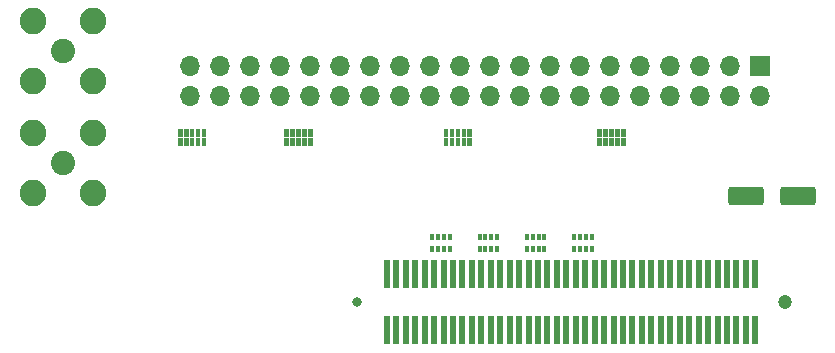
<source format=gbr>
G04 #@! TF.GenerationSoftware,KiCad,Pcbnew,6.0.7-1.fc35*
G04 #@! TF.CreationDate,2022-09-05T19:08:22-05:00*
G04 #@! TF.ProjectId,rpi-adapter,7270692d-6164-4617-9074-65722e6b6963,rev?*
G04 #@! TF.SameCoordinates,Original*
G04 #@! TF.FileFunction,Soldermask,Bot*
G04 #@! TF.FilePolarity,Negative*
%FSLAX46Y46*%
G04 Gerber Fmt 4.6, Leading zero omitted, Abs format (unit mm)*
G04 Created by KiCad (PCBNEW 6.0.7-1.fc35) date 2022-09-05 19:08:22*
%MOMM*%
%LPD*%
G01*
G04 APERTURE LIST*
G04 Aperture macros list*
%AMRoundRect*
0 Rectangle with rounded corners*
0 $1 Rounding radius*
0 $2 $3 $4 $5 $6 $7 $8 $9 X,Y pos of 4 corners*
0 Add a 4 corners polygon primitive as box body*
4,1,4,$2,$3,$4,$5,$6,$7,$8,$9,$2,$3,0*
0 Add four circle primitives for the rounded corners*
1,1,$1+$1,$2,$3*
1,1,$1+$1,$4,$5*
1,1,$1+$1,$6,$7*
1,1,$1+$1,$8,$9*
0 Add four rect primitives between the rounded corners*
20,1,$1+$1,$2,$3,$4,$5,0*
20,1,$1+$1,$4,$5,$6,$7,0*
20,1,$1+$1,$6,$7,$8,$9,0*
20,1,$1+$1,$8,$9,$2,$3,0*%
G04 Aperture macros list end*
%ADD10C,0.010000*%
%ADD11C,2.050000*%
%ADD12C,2.250000*%
%ADD13R,1.700000X1.700000*%
%ADD14O,1.700000X1.700000*%
%ADD15R,0.400000X0.500000*%
%ADD16R,0.300000X0.500000*%
%ADD17C,1.200000*%
%ADD18C,0.800000*%
%ADD19R,0.500000X2.400000*%
%ADD20RoundRect,0.250000X1.250000X0.550000X-1.250000X0.550000X-1.250000X-0.550000X1.250000X-0.550000X0*%
G04 APERTURE END LIST*
G04 #@! TO.C,D3*
G36*
X99530000Y-79440000D02*
G01*
X99230000Y-79440000D01*
X99230000Y-78865000D01*
X99530000Y-78865000D01*
X99530000Y-79440000D01*
G37*
D10*
X99530000Y-79440000D02*
X99230000Y-79440000D01*
X99230000Y-78865000D01*
X99530000Y-78865000D01*
X99530000Y-79440000D01*
G36*
X98530000Y-80215000D02*
G01*
X98230000Y-80215000D01*
X98230000Y-79640000D01*
X98530000Y-79640000D01*
X98530000Y-80215000D01*
G37*
X98530000Y-80215000D02*
X98230000Y-80215000D01*
X98230000Y-79640000D01*
X98530000Y-79640000D01*
X98530000Y-80215000D01*
G36*
X99030000Y-80215000D02*
G01*
X98730000Y-80215000D01*
X98730000Y-79640000D01*
X99030000Y-79640000D01*
X99030000Y-80215000D01*
G37*
X99030000Y-80215000D02*
X98730000Y-80215000D01*
X98730000Y-79640000D01*
X99030000Y-79640000D01*
X99030000Y-80215000D01*
G36*
X100530000Y-80215000D02*
G01*
X100230000Y-80215000D01*
X100230000Y-79640000D01*
X100530000Y-79640000D01*
X100530000Y-80215000D01*
G37*
X100530000Y-80215000D02*
X100230000Y-80215000D01*
X100230000Y-79640000D01*
X100530000Y-79640000D01*
X100530000Y-80215000D01*
G36*
X100530000Y-79440000D02*
G01*
X100230000Y-79440000D01*
X100230000Y-78865000D01*
X100530000Y-78865000D01*
X100530000Y-79440000D01*
G37*
X100530000Y-79440000D02*
X100230000Y-79440000D01*
X100230000Y-78865000D01*
X100530000Y-78865000D01*
X100530000Y-79440000D01*
G36*
X99530000Y-80215000D02*
G01*
X99230000Y-80215000D01*
X99230000Y-79640000D01*
X99530000Y-79640000D01*
X99530000Y-80215000D01*
G37*
X99530000Y-80215000D02*
X99230000Y-80215000D01*
X99230000Y-79640000D01*
X99530000Y-79640000D01*
X99530000Y-80215000D01*
G36*
X100030000Y-80215000D02*
G01*
X99730000Y-80215000D01*
X99730000Y-79640000D01*
X100030000Y-79640000D01*
X100030000Y-80215000D01*
G37*
X100030000Y-80215000D02*
X99730000Y-80215000D01*
X99730000Y-79640000D01*
X100030000Y-79640000D01*
X100030000Y-80215000D01*
G36*
X98530000Y-79440000D02*
G01*
X98230000Y-79440000D01*
X98230000Y-78865000D01*
X98530000Y-78865000D01*
X98530000Y-79440000D01*
G37*
X98530000Y-79440000D02*
X98230000Y-79440000D01*
X98230000Y-78865000D01*
X98530000Y-78865000D01*
X98530000Y-79440000D01*
G36*
X100030000Y-79440000D02*
G01*
X99730000Y-79440000D01*
X99730000Y-78865000D01*
X100030000Y-78865000D01*
X100030000Y-79440000D01*
G37*
X100030000Y-79440000D02*
X99730000Y-79440000D01*
X99730000Y-78865000D01*
X100030000Y-78865000D01*
X100030000Y-79440000D01*
G36*
X99030000Y-79440000D02*
G01*
X98730000Y-79440000D01*
X98730000Y-78865000D01*
X99030000Y-78865000D01*
X99030000Y-79440000D01*
G37*
X99030000Y-79440000D02*
X98730000Y-79440000D01*
X98730000Y-78865000D01*
X99030000Y-78865000D01*
X99030000Y-79440000D01*
G04 #@! TO.C,D2*
G36*
X113030000Y-80215000D02*
G01*
X112730000Y-80215000D01*
X112730000Y-79640000D01*
X113030000Y-79640000D01*
X113030000Y-80215000D01*
G37*
X113030000Y-80215000D02*
X112730000Y-80215000D01*
X112730000Y-79640000D01*
X113030000Y-79640000D01*
X113030000Y-80215000D01*
G36*
X112030000Y-80215000D02*
G01*
X111730000Y-80215000D01*
X111730000Y-79640000D01*
X112030000Y-79640000D01*
X112030000Y-80215000D01*
G37*
X112030000Y-80215000D02*
X111730000Y-80215000D01*
X111730000Y-79640000D01*
X112030000Y-79640000D01*
X112030000Y-80215000D01*
G36*
X114030000Y-80215000D02*
G01*
X113730000Y-80215000D01*
X113730000Y-79640000D01*
X114030000Y-79640000D01*
X114030000Y-80215000D01*
G37*
X114030000Y-80215000D02*
X113730000Y-80215000D01*
X113730000Y-79640000D01*
X114030000Y-79640000D01*
X114030000Y-80215000D01*
G36*
X114030000Y-79440000D02*
G01*
X113730000Y-79440000D01*
X113730000Y-78865000D01*
X114030000Y-78865000D01*
X114030000Y-79440000D01*
G37*
X114030000Y-79440000D02*
X113730000Y-79440000D01*
X113730000Y-78865000D01*
X114030000Y-78865000D01*
X114030000Y-79440000D01*
G36*
X112530000Y-79440000D02*
G01*
X112230000Y-79440000D01*
X112230000Y-78865000D01*
X112530000Y-78865000D01*
X112530000Y-79440000D01*
G37*
X112530000Y-79440000D02*
X112230000Y-79440000D01*
X112230000Y-78865000D01*
X112530000Y-78865000D01*
X112530000Y-79440000D01*
G36*
X113530000Y-79440000D02*
G01*
X113230000Y-79440000D01*
X113230000Y-78865000D01*
X113530000Y-78865000D01*
X113530000Y-79440000D01*
G37*
X113530000Y-79440000D02*
X113230000Y-79440000D01*
X113230000Y-78865000D01*
X113530000Y-78865000D01*
X113530000Y-79440000D01*
G36*
X112530000Y-80215000D02*
G01*
X112230000Y-80215000D01*
X112230000Y-79640000D01*
X112530000Y-79640000D01*
X112530000Y-80215000D01*
G37*
X112530000Y-80215000D02*
X112230000Y-80215000D01*
X112230000Y-79640000D01*
X112530000Y-79640000D01*
X112530000Y-80215000D01*
G36*
X113530000Y-80215000D02*
G01*
X113230000Y-80215000D01*
X113230000Y-79640000D01*
X113530000Y-79640000D01*
X113530000Y-80215000D01*
G37*
X113530000Y-80215000D02*
X113230000Y-80215000D01*
X113230000Y-79640000D01*
X113530000Y-79640000D01*
X113530000Y-80215000D01*
G36*
X112030000Y-79440000D02*
G01*
X111730000Y-79440000D01*
X111730000Y-78865000D01*
X112030000Y-78865000D01*
X112030000Y-79440000D01*
G37*
X112030000Y-79440000D02*
X111730000Y-79440000D01*
X111730000Y-78865000D01*
X112030000Y-78865000D01*
X112030000Y-79440000D01*
G36*
X113030000Y-79440000D02*
G01*
X112730000Y-79440000D01*
X112730000Y-78865000D01*
X113030000Y-78865000D01*
X113030000Y-79440000D01*
G37*
X113030000Y-79440000D02*
X112730000Y-79440000D01*
X112730000Y-78865000D01*
X113030000Y-78865000D01*
X113030000Y-79440000D01*
G04 #@! TO.C,D1*
G36*
X125030000Y-80215000D02*
G01*
X124730000Y-80215000D01*
X124730000Y-79640000D01*
X125030000Y-79640000D01*
X125030000Y-80215000D01*
G37*
X125030000Y-80215000D02*
X124730000Y-80215000D01*
X124730000Y-79640000D01*
X125030000Y-79640000D01*
X125030000Y-80215000D01*
G36*
X126030000Y-79440000D02*
G01*
X125730000Y-79440000D01*
X125730000Y-78865000D01*
X126030000Y-78865000D01*
X126030000Y-79440000D01*
G37*
X126030000Y-79440000D02*
X125730000Y-79440000D01*
X125730000Y-78865000D01*
X126030000Y-78865000D01*
X126030000Y-79440000D01*
G36*
X126530000Y-80215000D02*
G01*
X126230000Y-80215000D01*
X126230000Y-79640000D01*
X126530000Y-79640000D01*
X126530000Y-80215000D01*
G37*
X126530000Y-80215000D02*
X126230000Y-80215000D01*
X126230000Y-79640000D01*
X126530000Y-79640000D01*
X126530000Y-80215000D01*
G36*
X125530000Y-80215000D02*
G01*
X125230000Y-80215000D01*
X125230000Y-79640000D01*
X125530000Y-79640000D01*
X125530000Y-80215000D01*
G37*
X125530000Y-80215000D02*
X125230000Y-80215000D01*
X125230000Y-79640000D01*
X125530000Y-79640000D01*
X125530000Y-80215000D01*
G36*
X127030000Y-80215000D02*
G01*
X126730000Y-80215000D01*
X126730000Y-79640000D01*
X127030000Y-79640000D01*
X127030000Y-80215000D01*
G37*
X127030000Y-80215000D02*
X126730000Y-80215000D01*
X126730000Y-79640000D01*
X127030000Y-79640000D01*
X127030000Y-80215000D01*
G36*
X126030000Y-80215000D02*
G01*
X125730000Y-80215000D01*
X125730000Y-79640000D01*
X126030000Y-79640000D01*
X126030000Y-80215000D01*
G37*
X126030000Y-80215000D02*
X125730000Y-80215000D01*
X125730000Y-79640000D01*
X126030000Y-79640000D01*
X126030000Y-80215000D01*
G36*
X125030000Y-79440000D02*
G01*
X124730000Y-79440000D01*
X124730000Y-78865000D01*
X125030000Y-78865000D01*
X125030000Y-79440000D01*
G37*
X125030000Y-79440000D02*
X124730000Y-79440000D01*
X124730000Y-78865000D01*
X125030000Y-78865000D01*
X125030000Y-79440000D01*
G36*
X125530000Y-79440000D02*
G01*
X125230000Y-79440000D01*
X125230000Y-78865000D01*
X125530000Y-78865000D01*
X125530000Y-79440000D01*
G37*
X125530000Y-79440000D02*
X125230000Y-79440000D01*
X125230000Y-78865000D01*
X125530000Y-78865000D01*
X125530000Y-79440000D01*
G36*
X126530000Y-79440000D02*
G01*
X126230000Y-79440000D01*
X126230000Y-78865000D01*
X126530000Y-78865000D01*
X126530000Y-79440000D01*
G37*
X126530000Y-79440000D02*
X126230000Y-79440000D01*
X126230000Y-78865000D01*
X126530000Y-78865000D01*
X126530000Y-79440000D01*
G36*
X127030000Y-79440000D02*
G01*
X126730000Y-79440000D01*
X126730000Y-78865000D01*
X127030000Y-78865000D01*
X127030000Y-79440000D01*
G37*
X127030000Y-79440000D02*
X126730000Y-79440000D01*
X126730000Y-78865000D01*
X127030000Y-78865000D01*
X127030000Y-79440000D01*
G04 #@! TO.C,D4*
G36*
X90030000Y-79440000D02*
G01*
X89730000Y-79440000D01*
X89730000Y-78865000D01*
X90030000Y-78865000D01*
X90030000Y-79440000D01*
G37*
X90030000Y-79440000D02*
X89730000Y-79440000D01*
X89730000Y-78865000D01*
X90030000Y-78865000D01*
X90030000Y-79440000D01*
G36*
X89530000Y-80215000D02*
G01*
X89230000Y-80215000D01*
X89230000Y-79640000D01*
X89530000Y-79640000D01*
X89530000Y-80215000D01*
G37*
X89530000Y-80215000D02*
X89230000Y-80215000D01*
X89230000Y-79640000D01*
X89530000Y-79640000D01*
X89530000Y-80215000D01*
G36*
X91530000Y-80215000D02*
G01*
X91230000Y-80215000D01*
X91230000Y-79640000D01*
X91530000Y-79640000D01*
X91530000Y-80215000D01*
G37*
X91530000Y-80215000D02*
X91230000Y-80215000D01*
X91230000Y-79640000D01*
X91530000Y-79640000D01*
X91530000Y-80215000D01*
G36*
X90530000Y-79440000D02*
G01*
X90230000Y-79440000D01*
X90230000Y-78865000D01*
X90530000Y-78865000D01*
X90530000Y-79440000D01*
G37*
X90530000Y-79440000D02*
X90230000Y-79440000D01*
X90230000Y-78865000D01*
X90530000Y-78865000D01*
X90530000Y-79440000D01*
G36*
X91530000Y-79440000D02*
G01*
X91230000Y-79440000D01*
X91230000Y-78865000D01*
X91530000Y-78865000D01*
X91530000Y-79440000D01*
G37*
X91530000Y-79440000D02*
X91230000Y-79440000D01*
X91230000Y-78865000D01*
X91530000Y-78865000D01*
X91530000Y-79440000D01*
G36*
X91030000Y-79440000D02*
G01*
X90730000Y-79440000D01*
X90730000Y-78865000D01*
X91030000Y-78865000D01*
X91030000Y-79440000D01*
G37*
X91030000Y-79440000D02*
X90730000Y-79440000D01*
X90730000Y-78865000D01*
X91030000Y-78865000D01*
X91030000Y-79440000D01*
G36*
X91030000Y-80215000D02*
G01*
X90730000Y-80215000D01*
X90730000Y-79640000D01*
X91030000Y-79640000D01*
X91030000Y-80215000D01*
G37*
X91030000Y-80215000D02*
X90730000Y-80215000D01*
X90730000Y-79640000D01*
X91030000Y-79640000D01*
X91030000Y-80215000D01*
G36*
X89530000Y-79440000D02*
G01*
X89230000Y-79440000D01*
X89230000Y-78865000D01*
X89530000Y-78865000D01*
X89530000Y-79440000D01*
G37*
X89530000Y-79440000D02*
X89230000Y-79440000D01*
X89230000Y-78865000D01*
X89530000Y-78865000D01*
X89530000Y-79440000D01*
G36*
X90030000Y-80215000D02*
G01*
X89730000Y-80215000D01*
X89730000Y-79640000D01*
X90030000Y-79640000D01*
X90030000Y-80215000D01*
G37*
X90030000Y-80215000D02*
X89730000Y-80215000D01*
X89730000Y-79640000D01*
X90030000Y-79640000D01*
X90030000Y-80215000D01*
G36*
X90530000Y-80215000D02*
G01*
X90230000Y-80215000D01*
X90230000Y-79640000D01*
X90530000Y-79640000D01*
X90530000Y-80215000D01*
G37*
X90530000Y-80215000D02*
X90230000Y-80215000D01*
X90230000Y-79640000D01*
X90530000Y-79640000D01*
X90530000Y-80215000D01*
G04 #@! TD*
D11*
G04 #@! TO.C,J2*
X79500000Y-72250000D03*
D12*
X76960000Y-69710000D03*
X82040000Y-69710000D03*
X76960000Y-74790000D03*
X82040000Y-74790000D03*
G04 #@! TD*
D13*
G04 #@! TO.C,J1*
X138500000Y-73500000D03*
D14*
X138500000Y-76040000D03*
X135960000Y-73500000D03*
X135960000Y-76040000D03*
X133420000Y-73500000D03*
X133420000Y-76040000D03*
X130880000Y-73500000D03*
X130880000Y-76040000D03*
X128340000Y-73500000D03*
X128340000Y-76040000D03*
X125800000Y-73500000D03*
X125800000Y-76040000D03*
X123260000Y-73500000D03*
X123260000Y-76040000D03*
X120720000Y-73500000D03*
X120720000Y-76040000D03*
X118180000Y-73500000D03*
X118180000Y-76040000D03*
X115640000Y-73500000D03*
X115640000Y-76040000D03*
X113100000Y-73500000D03*
X113100000Y-76040000D03*
X110560000Y-73500000D03*
X110560000Y-76040000D03*
X108020000Y-73500000D03*
X108020000Y-76040000D03*
X105480000Y-73500000D03*
X105480000Y-76040000D03*
X102940000Y-73500000D03*
X102940000Y-76040000D03*
X100400000Y-73500000D03*
X100400000Y-76040000D03*
X97860000Y-73500000D03*
X97860000Y-76040000D03*
X95320000Y-73500000D03*
X95320000Y-76040000D03*
X92780000Y-73500000D03*
X92780000Y-76040000D03*
X90240000Y-73500000D03*
X90240000Y-76040000D03*
G04 #@! TD*
D11*
G04 #@! TO.C,J3*
X79500000Y-81750000D03*
D12*
X82040000Y-79210000D03*
X76960000Y-79210000D03*
X76960000Y-84290000D03*
X82040000Y-84290000D03*
G04 #@! TD*
D15*
G04 #@! TO.C,RN3*
X114750000Y-88000000D03*
D16*
X115250000Y-88000000D03*
X115750000Y-88000000D03*
D15*
X116250000Y-88000000D03*
X116250000Y-89000000D03*
D16*
X115750000Y-89000000D03*
X115250000Y-89000000D03*
D15*
X114750000Y-89000000D03*
G04 #@! TD*
G04 #@! TO.C,RN4*
X110750000Y-88000000D03*
D16*
X111250000Y-88000000D03*
X111750000Y-88000000D03*
D15*
X112250000Y-88000000D03*
X112250000Y-89000000D03*
D16*
X111750000Y-89000000D03*
X111250000Y-89000000D03*
D15*
X110750000Y-89000000D03*
G04 #@! TD*
D17*
G04 #@! TO.C,J5*
X140600000Y-93500000D03*
D18*
X104400000Y-93500000D03*
D19*
X138100000Y-95900000D03*
X138100000Y-91100000D03*
X137300000Y-95900000D03*
X137300000Y-91100000D03*
X136500000Y-95900000D03*
X136500000Y-91100000D03*
X135700000Y-95900000D03*
X135700000Y-91100000D03*
X134900000Y-95900000D03*
X134900000Y-91100000D03*
X134100000Y-95900000D03*
X134100000Y-91100000D03*
X133300000Y-95900000D03*
X133300000Y-91100000D03*
X132500000Y-95900000D03*
X132500000Y-91100000D03*
X131700000Y-95900000D03*
X131700000Y-91100000D03*
X130900000Y-95900000D03*
X130900000Y-91100000D03*
X130100000Y-95900000D03*
X130100000Y-91100000D03*
X129300000Y-95900000D03*
X129300000Y-91100000D03*
X128500000Y-95900000D03*
X128500000Y-91100000D03*
X127700000Y-95900000D03*
X127700000Y-91100000D03*
X126900000Y-95900000D03*
X126900000Y-91100000D03*
X126100000Y-95900000D03*
X126100000Y-91100000D03*
X125300000Y-95900000D03*
X125300000Y-91100000D03*
X124500000Y-95900000D03*
X124500000Y-91100000D03*
X123700000Y-95900000D03*
X123700000Y-91100000D03*
X122900000Y-95900000D03*
X122900000Y-91100000D03*
X122100000Y-95900000D03*
X122100000Y-91100000D03*
X121300000Y-95900000D03*
X121300000Y-91100000D03*
X120500000Y-95900000D03*
X120500000Y-91100000D03*
X119700000Y-95900000D03*
X119700000Y-91100000D03*
X118900000Y-95900000D03*
X118900000Y-91100000D03*
X118100000Y-95900000D03*
X118100000Y-91100000D03*
X117300000Y-95900000D03*
X117300000Y-91100000D03*
X116500000Y-95900000D03*
X116500000Y-91100000D03*
X115700000Y-95900000D03*
X115700000Y-91100000D03*
X114900000Y-95900000D03*
X114900000Y-91100000D03*
X114100000Y-95900000D03*
X114100000Y-91100000D03*
X113300000Y-95900000D03*
X113300000Y-91100000D03*
X112500000Y-95900000D03*
X112500000Y-91100000D03*
X111700000Y-95900000D03*
X111700000Y-91100000D03*
X110900000Y-95900000D03*
X110900000Y-91100000D03*
X110100000Y-95900000D03*
X110100000Y-91100000D03*
X109300000Y-95900000D03*
X109300000Y-91100000D03*
X108500000Y-95900000D03*
X108500000Y-91100000D03*
X107700000Y-95900000D03*
X107700000Y-91100000D03*
X106900000Y-95900000D03*
X106900000Y-91100000D03*
G04 #@! TD*
D20*
G04 #@! TO.C,C5*
X141700000Y-84500000D03*
X137300000Y-84500000D03*
G04 #@! TD*
D15*
G04 #@! TO.C,RN1*
X122750000Y-88000000D03*
D16*
X123250000Y-88000000D03*
X123750000Y-88000000D03*
D15*
X124250000Y-88000000D03*
X124250000Y-89000000D03*
D16*
X123750000Y-89000000D03*
X123250000Y-89000000D03*
D15*
X122750000Y-89000000D03*
G04 #@! TD*
G04 #@! TO.C,RN2*
X118750000Y-88000000D03*
D16*
X119250000Y-88000000D03*
X119750000Y-88000000D03*
D15*
X120250000Y-88000000D03*
X120250000Y-89000000D03*
D16*
X119750000Y-89000000D03*
X119250000Y-89000000D03*
D15*
X118750000Y-89000000D03*
G04 #@! TD*
M02*

</source>
